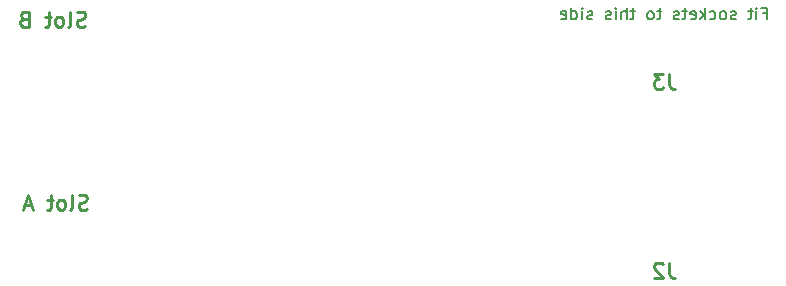
<source format=gbr>
%TF.GenerationSoftware,KiCad,Pcbnew,(5.1.12)-1*%
%TF.CreationDate,2022-10-05T19:49:44+01:00*%
%TF.ProjectId,Apple-1 riser,4170706c-652d-4312-9072-697365722e6b,rev?*%
%TF.SameCoordinates,Original*%
%TF.FileFunction,Legend,Bot*%
%TF.FilePolarity,Positive*%
%FSLAX46Y46*%
G04 Gerber Fmt 4.6, Leading zero omitted, Abs format (unit mm)*
G04 Created by KiCad (PCBNEW (5.1.12)-1) date 2022-10-05 19:49:44*
%MOMM*%
%LPD*%
G01*
G04 APERTURE LIST*
%ADD10C,0.150000*%
%ADD11C,0.254000*%
G04 APERTURE END LIST*
D10*
X154607142Y-100178571D02*
X154940476Y-100178571D01*
X154940476Y-100702380D02*
X154940476Y-99702380D01*
X154464285Y-99702380D01*
X154083333Y-100702380D02*
X154083333Y-100035714D01*
X154083333Y-99702380D02*
X154130952Y-99750000D01*
X154083333Y-99797619D01*
X154035714Y-99750000D01*
X154083333Y-99702380D01*
X154083333Y-99797619D01*
X153750000Y-100035714D02*
X153369047Y-100035714D01*
X153607142Y-99702380D02*
X153607142Y-100559523D01*
X153559523Y-100654761D01*
X153464285Y-100702380D01*
X153369047Y-100702380D01*
X152321428Y-100654761D02*
X152226190Y-100702380D01*
X152035714Y-100702380D01*
X151940476Y-100654761D01*
X151892857Y-100559523D01*
X151892857Y-100511904D01*
X151940476Y-100416666D01*
X152035714Y-100369047D01*
X152178571Y-100369047D01*
X152273809Y-100321428D01*
X152321428Y-100226190D01*
X152321428Y-100178571D01*
X152273809Y-100083333D01*
X152178571Y-100035714D01*
X152035714Y-100035714D01*
X151940476Y-100083333D01*
X151321428Y-100702380D02*
X151416666Y-100654761D01*
X151464285Y-100607142D01*
X151511904Y-100511904D01*
X151511904Y-100226190D01*
X151464285Y-100130952D01*
X151416666Y-100083333D01*
X151321428Y-100035714D01*
X151178571Y-100035714D01*
X151083333Y-100083333D01*
X151035714Y-100130952D01*
X150988095Y-100226190D01*
X150988095Y-100511904D01*
X151035714Y-100607142D01*
X151083333Y-100654761D01*
X151178571Y-100702380D01*
X151321428Y-100702380D01*
X150130952Y-100654761D02*
X150226190Y-100702380D01*
X150416666Y-100702380D01*
X150511904Y-100654761D01*
X150559523Y-100607142D01*
X150607142Y-100511904D01*
X150607142Y-100226190D01*
X150559523Y-100130952D01*
X150511904Y-100083333D01*
X150416666Y-100035714D01*
X150226190Y-100035714D01*
X150130952Y-100083333D01*
X149702380Y-100702380D02*
X149702380Y-99702380D01*
X149607142Y-100321428D02*
X149321428Y-100702380D01*
X149321428Y-100035714D02*
X149702380Y-100416666D01*
X148511904Y-100654761D02*
X148607142Y-100702380D01*
X148797619Y-100702380D01*
X148892857Y-100654761D01*
X148940476Y-100559523D01*
X148940476Y-100178571D01*
X148892857Y-100083333D01*
X148797619Y-100035714D01*
X148607142Y-100035714D01*
X148511904Y-100083333D01*
X148464285Y-100178571D01*
X148464285Y-100273809D01*
X148940476Y-100369047D01*
X148178571Y-100035714D02*
X147797619Y-100035714D01*
X148035714Y-99702380D02*
X148035714Y-100559523D01*
X147988095Y-100654761D01*
X147892857Y-100702380D01*
X147797619Y-100702380D01*
X147511904Y-100654761D02*
X147416666Y-100702380D01*
X147226190Y-100702380D01*
X147130952Y-100654761D01*
X147083333Y-100559523D01*
X147083333Y-100511904D01*
X147130952Y-100416666D01*
X147226190Y-100369047D01*
X147369047Y-100369047D01*
X147464285Y-100321428D01*
X147511904Y-100226190D01*
X147511904Y-100178571D01*
X147464285Y-100083333D01*
X147369047Y-100035714D01*
X147226190Y-100035714D01*
X147130952Y-100083333D01*
X146035714Y-100035714D02*
X145654761Y-100035714D01*
X145892857Y-99702380D02*
X145892857Y-100559523D01*
X145845238Y-100654761D01*
X145750000Y-100702380D01*
X145654761Y-100702380D01*
X145178571Y-100702380D02*
X145273809Y-100654761D01*
X145321428Y-100607142D01*
X145369047Y-100511904D01*
X145369047Y-100226190D01*
X145321428Y-100130952D01*
X145273809Y-100083333D01*
X145178571Y-100035714D01*
X145035714Y-100035714D01*
X144940476Y-100083333D01*
X144892857Y-100130952D01*
X144845238Y-100226190D01*
X144845238Y-100511904D01*
X144892857Y-100607142D01*
X144940476Y-100654761D01*
X145035714Y-100702380D01*
X145178571Y-100702380D01*
X143797619Y-100035714D02*
X143416666Y-100035714D01*
X143654761Y-99702380D02*
X143654761Y-100559523D01*
X143607142Y-100654761D01*
X143511904Y-100702380D01*
X143416666Y-100702380D01*
X143083333Y-100702380D02*
X143083333Y-99702380D01*
X142654761Y-100702380D02*
X142654761Y-100178571D01*
X142702380Y-100083333D01*
X142797619Y-100035714D01*
X142940476Y-100035714D01*
X143035714Y-100083333D01*
X143083333Y-100130952D01*
X142178571Y-100702380D02*
X142178571Y-100035714D01*
X142178571Y-99702380D02*
X142226190Y-99750000D01*
X142178571Y-99797619D01*
X142130952Y-99750000D01*
X142178571Y-99702380D01*
X142178571Y-99797619D01*
X141750000Y-100654761D02*
X141654761Y-100702380D01*
X141464285Y-100702380D01*
X141369047Y-100654761D01*
X141321428Y-100559523D01*
X141321428Y-100511904D01*
X141369047Y-100416666D01*
X141464285Y-100369047D01*
X141607142Y-100369047D01*
X141702380Y-100321428D01*
X141750000Y-100226190D01*
X141750000Y-100178571D01*
X141702380Y-100083333D01*
X141607142Y-100035714D01*
X141464285Y-100035714D01*
X141369047Y-100083333D01*
X140178571Y-100654761D02*
X140083333Y-100702380D01*
X139892857Y-100702380D01*
X139797619Y-100654761D01*
X139750000Y-100559523D01*
X139750000Y-100511904D01*
X139797619Y-100416666D01*
X139892857Y-100369047D01*
X140035714Y-100369047D01*
X140130952Y-100321428D01*
X140178571Y-100226190D01*
X140178571Y-100178571D01*
X140130952Y-100083333D01*
X140035714Y-100035714D01*
X139892857Y-100035714D01*
X139797619Y-100083333D01*
X139321428Y-100702380D02*
X139321428Y-100035714D01*
X139321428Y-99702380D02*
X139369047Y-99750000D01*
X139321428Y-99797619D01*
X139273809Y-99750000D01*
X139321428Y-99702380D01*
X139321428Y-99797619D01*
X138416666Y-100702380D02*
X138416666Y-99702380D01*
X138416666Y-100654761D02*
X138511904Y-100702380D01*
X138702380Y-100702380D01*
X138797619Y-100654761D01*
X138845238Y-100607142D01*
X138892857Y-100511904D01*
X138892857Y-100226190D01*
X138845238Y-100130952D01*
X138797619Y-100083333D01*
X138702380Y-100035714D01*
X138511904Y-100035714D01*
X138416666Y-100083333D01*
X137559523Y-100654761D02*
X137654761Y-100702380D01*
X137845238Y-100702380D01*
X137940476Y-100654761D01*
X137988095Y-100559523D01*
X137988095Y-100178571D01*
X137940476Y-100083333D01*
X137845238Y-100035714D01*
X137654761Y-100035714D01*
X137559523Y-100083333D01*
X137511904Y-100178571D01*
X137511904Y-100273809D01*
X137988095Y-100369047D01*
%TO.C,J3*%
D11*
X146673333Y-105304523D02*
X146673333Y-106211666D01*
X146733809Y-106393095D01*
X146854761Y-106514047D01*
X147036190Y-106574523D01*
X147157142Y-106574523D01*
X146189523Y-105304523D02*
X145403333Y-105304523D01*
X145826666Y-105788333D01*
X145645238Y-105788333D01*
X145524285Y-105848809D01*
X145463809Y-105909285D01*
X145403333Y-106030238D01*
X145403333Y-106332619D01*
X145463809Y-106453571D01*
X145524285Y-106514047D01*
X145645238Y-106574523D01*
X146008095Y-106574523D01*
X146129047Y-106514047D01*
X146189523Y-106453571D01*
X97251666Y-101264047D02*
X97070238Y-101324523D01*
X96767857Y-101324523D01*
X96646904Y-101264047D01*
X96586428Y-101203571D01*
X96525952Y-101082619D01*
X96525952Y-100961666D01*
X96586428Y-100840714D01*
X96646904Y-100780238D01*
X96767857Y-100719761D01*
X97009761Y-100659285D01*
X97130714Y-100598809D01*
X97191190Y-100538333D01*
X97251666Y-100417380D01*
X97251666Y-100296428D01*
X97191190Y-100175476D01*
X97130714Y-100115000D01*
X97009761Y-100054523D01*
X96707380Y-100054523D01*
X96525952Y-100115000D01*
X95800238Y-101324523D02*
X95921190Y-101264047D01*
X95981666Y-101143095D01*
X95981666Y-100054523D01*
X95135000Y-101324523D02*
X95255952Y-101264047D01*
X95316428Y-101203571D01*
X95376904Y-101082619D01*
X95376904Y-100719761D01*
X95316428Y-100598809D01*
X95255952Y-100538333D01*
X95135000Y-100477857D01*
X94953571Y-100477857D01*
X94832619Y-100538333D01*
X94772142Y-100598809D01*
X94711666Y-100719761D01*
X94711666Y-101082619D01*
X94772142Y-101203571D01*
X94832619Y-101264047D01*
X94953571Y-101324523D01*
X95135000Y-101324523D01*
X94348809Y-100477857D02*
X93865000Y-100477857D01*
X94167380Y-100054523D02*
X94167380Y-101143095D01*
X94106904Y-101264047D01*
X93985952Y-101324523D01*
X93865000Y-101324523D01*
X92050714Y-100659285D02*
X91869285Y-100719761D01*
X91808809Y-100780238D01*
X91748333Y-100901190D01*
X91748333Y-101082619D01*
X91808809Y-101203571D01*
X91869285Y-101264047D01*
X91990238Y-101324523D01*
X92474047Y-101324523D01*
X92474047Y-100054523D01*
X92050714Y-100054523D01*
X91929761Y-100115000D01*
X91869285Y-100175476D01*
X91808809Y-100296428D01*
X91808809Y-100417380D01*
X91869285Y-100538333D01*
X91929761Y-100598809D01*
X92050714Y-100659285D01*
X92474047Y-100659285D01*
%TO.C,J2*%
X146673333Y-121304523D02*
X146673333Y-122211666D01*
X146733809Y-122393095D01*
X146854761Y-122514047D01*
X147036190Y-122574523D01*
X147157142Y-122574523D01*
X146129047Y-121425476D02*
X146068571Y-121365000D01*
X145947619Y-121304523D01*
X145645238Y-121304523D01*
X145524285Y-121365000D01*
X145463809Y-121425476D01*
X145403333Y-121546428D01*
X145403333Y-121667380D01*
X145463809Y-121848809D01*
X146189523Y-122574523D01*
X145403333Y-122574523D01*
X97410952Y-116764047D02*
X97229523Y-116824523D01*
X96927142Y-116824523D01*
X96806190Y-116764047D01*
X96745714Y-116703571D01*
X96685238Y-116582619D01*
X96685238Y-116461666D01*
X96745714Y-116340714D01*
X96806190Y-116280238D01*
X96927142Y-116219761D01*
X97169047Y-116159285D01*
X97290000Y-116098809D01*
X97350476Y-116038333D01*
X97410952Y-115917380D01*
X97410952Y-115796428D01*
X97350476Y-115675476D01*
X97290000Y-115615000D01*
X97169047Y-115554523D01*
X96866666Y-115554523D01*
X96685238Y-115615000D01*
X95959523Y-116824523D02*
X96080476Y-116764047D01*
X96140952Y-116643095D01*
X96140952Y-115554523D01*
X95294285Y-116824523D02*
X95415238Y-116764047D01*
X95475714Y-116703571D01*
X95536190Y-116582619D01*
X95536190Y-116219761D01*
X95475714Y-116098809D01*
X95415238Y-116038333D01*
X95294285Y-115977857D01*
X95112857Y-115977857D01*
X94991904Y-116038333D01*
X94931428Y-116098809D01*
X94870952Y-116219761D01*
X94870952Y-116582619D01*
X94931428Y-116703571D01*
X94991904Y-116764047D01*
X95112857Y-116824523D01*
X95294285Y-116824523D01*
X94508095Y-115977857D02*
X94024285Y-115977857D01*
X94326666Y-115554523D02*
X94326666Y-116643095D01*
X94266190Y-116764047D01*
X94145238Y-116824523D01*
X94024285Y-116824523D01*
X92693809Y-116461666D02*
X92089047Y-116461666D01*
X92814761Y-116824523D02*
X92391428Y-115554523D01*
X91968095Y-116824523D01*
%TD*%
M02*

</source>
